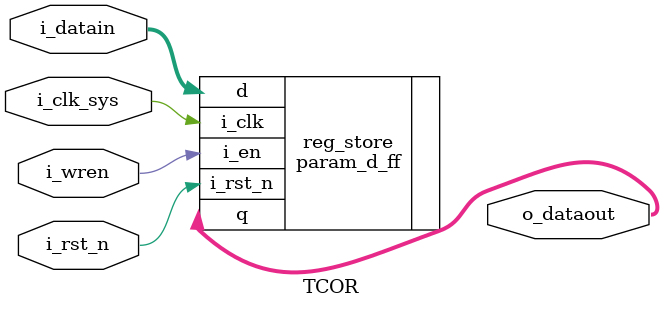
<source format=sv>
module TCOR (
  input  logic       i_clk_sys,  // clock system
  input  logic       i_rst_n  ,  // negedge rst
  input  logic       i_wren   ,
  input  logic [7:0] i_datain ,
  output logic [7:0] o_dataout
);

  param_d_ff #(
    .DATA_WIDTH(8   ),
    .SET_VALUE ('hFF)
  ) reg_store (
    .i_clk   (i_clk_sys),
    .i_rst_n (i_rst_n  ),
    .i_en    (i_wren   ),
    .d       (i_datain ),
    .q       (o_dataout)
  );

endmodule: TCOR

</source>
